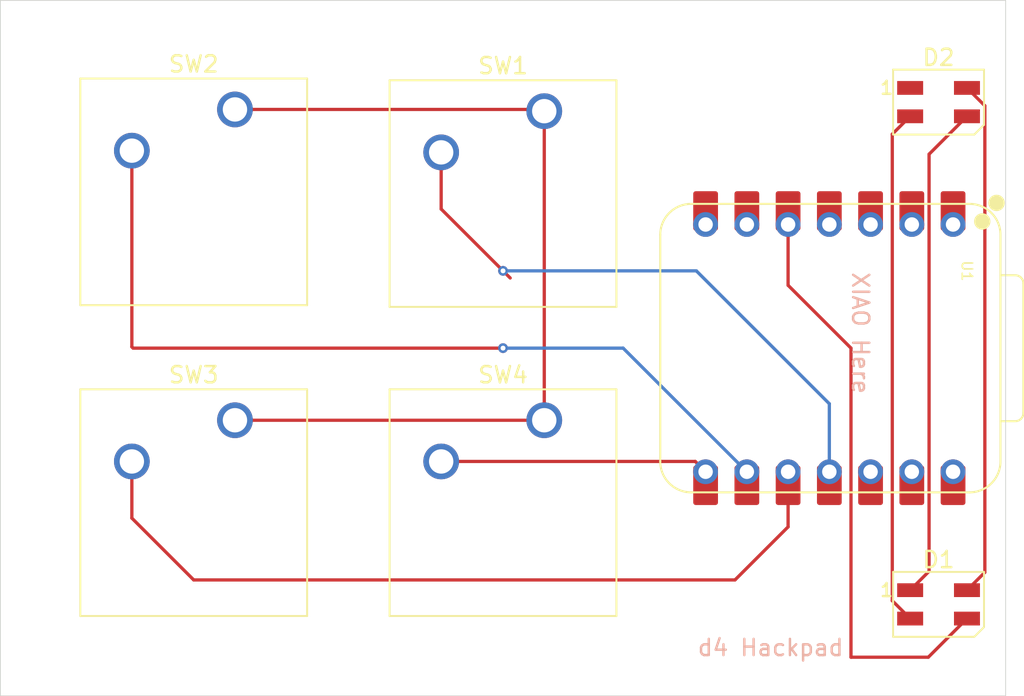
<source format=kicad_pcb>
(kicad_pcb (version 20241229) (generator "pcbnew") (generator_version "9.0")
  (layers (0 "F.Cu" signal) (2 "B.Cu" signal) (13 "F.Paste" user) (15 "B.Paste" user) (5 "F.SilkS" user "F.Silkscreen") (7 "B.SilkS" user "B.Silkscreen") (1 "F.Mask" user) (3 "B.Mask" user) (25 "Edge.Cuts" user))
  (net 0 "")
  (net 1 "+5V")
  (net 2 "Net-(D1-VSS)")
  (net 3 "Net-(D1-DIN)")
  (net 4 "Net-(D1-DOUT)")
  (net 6 "GND")
  (net 7 "Net-(U1-GPIO3{slash}MOSI)")
  (net 8 "Net-(U1-GPIO2{slash}SCK)")
  (net 9 "Net-(U1-GPIO4{slash}MISO)")
  (net 10 "Net-(U1-GPIO1{slash}RX)")
  (footprint "LED_SMD:LED_SK6812MINI_PLCC4_3.5x3.5mm_P1.75mm" (layer "F.Cu") (at 176.84375 82.46875)
    (property "Reference" "D2" (at 0 -2.75 0) (layer "F.SilkS"))
    (property "Value" "SK6812MINI")
    (fp_line (start -2.8 -2) (end -2.8 2) (stroke (width 0.12)) (layer "F.SilkS"))
    (fp_line (start -2.8 -2) (end 2.8 -2) (stroke (width 0.12)) (layer "F.SilkS"))
    (fp_line (start -2.8 2) (end 2.2 2) (stroke (width 0.12)) (layer "F.SilkS"))
    (fp_line (start 2.8 1.4) (end 2.2 2) (stroke (width 0.12)) (layer "F.SilkS"))
    (fp_line (start 2.8 1.4) (end 2.8 -2) (stroke (width 0.12)) (layer "F.SilkS"))
    (fp_text user "1" (at -3.2 -0.875 0) (layer "F.SilkS") (effects (font (size 0.8 0.8))))
    (pad "1" smd rect (at -1.75 -0.875) (size 1.6 0.85) (layers "F.Cu" "F.Mask" "F.Paste"))
    (pad "2" smd rect (at -1.75 0.875) (size 1.6 0.85) (layers "F.Cu" "F.Mask" "F.Paste") (net 2 "Net-(D1-VSS)"))
    (pad "3" smd rect (at 1.75 0.875) (size 1.6 0.85) (layers "F.Cu" "F.Mask" "F.Paste") (net 4 "Net-(D1-DOUT)"))
    (pad "4" smd rect (at 1.75 -0.875) (size 1.6 0.85) (layers "F.Cu" "F.Mask" "F.Paste") (net 1 "+5V"))
  )
  (footprint "Button_Switch_Keyboard:SW_Cherry_MX_1.00u_PCB" (layer "F.Cu") (at 152.55875 102.07625)
    (property "Reference" "SW4" (at -2.54 -2.794 0) (layer "F.SilkS"))
    (property "Value" "SW_Push")
    (fp_line (start -9.525 -1.905) (end 4.445 -1.905) (stroke (width 0.12)) (layer "F.SilkS"))
    (fp_line (start -9.525 12.065) (end -9.525 -1.905) (stroke (width 0.12)) (layer "F.SilkS"))
    (fp_line (start 4.445 -1.905) (end 4.445 12.065) (stroke (width 0.12)) (layer "F.SilkS"))
    (fp_line (start 4.445 12.065) (end -9.525 12.065) (stroke (width 0.12)) (layer "F.SilkS"))
    (pad "" np_thru_hole circle (at -7.62 5.08) (size 1.7 1.7) (drill 1.7) (layers "*.Cu" "*.Mask"))
    (pad "" np_thru_hole circle (at -2.54 5.08) (size 4 4) (drill 4) (layers "*.Cu" "*.Mask"))
    (pad "" np_thru_hole circle (at 2.54 5.08) (size 1.7 1.7) (drill 1.7) (layers "*.Cu" "*.Mask"))
    (pad "1" thru_hole circle (at 0 0) (size 2.2 2.2) (drill 1.5) (layers "*.Cu" "*.Mask") (net 6 "GND"))
    (pad "2" thru_hole circle (at -6.35 2.54) (size 2.2 2.2) (drill 1.5) (layers "*.Cu" "*.Mask") (net 10 "Net-(U1-GPIO1{slash}RX)"))
  )
  (footprint "LED_SMD:LED_SK6812MINI_PLCC4_3.5x3.5mm_P1.75mm" (layer "F.Cu") (at 176.84375 113.425)
    (property "Reference" "D1" (at 0 -2.75 0) (layer "F.SilkS"))
    (property "Value" "SK6812MINI")
    (fp_line (start -2.8 -2) (end -2.8 2) (stroke (width 0.12)) (layer "F.SilkS"))
    (fp_line (start -2.8 -2) (end 2.8 -2) (stroke (width 0.12)) (layer "F.SilkS"))
    (fp_line (start -2.8 2) (end 2.2 2) (stroke (width 0.12)) (layer "F.SilkS"))
    (fp_line (start 2.8 1.4) (end 2.2 2) (stroke (width 0.12)) (layer "F.SilkS"))
    (fp_line (start 2.8 1.4) (end 2.8 -2) (stroke (width 0.12)) (layer "F.SilkS"))
    (fp_text user "1" (at -3.2 -0.875 0) (layer "F.SilkS") (effects (font (size 0.8 0.8))))
    (pad "1" smd rect (at -1.75 -0.875) (size 1.6 0.85) (layers "F.Cu" "F.Mask" "F.Paste") (net 4 "Net-(D1-DOUT)"))
    (pad "2" smd rect (at -1.75 0.875) (size 1.6 0.85) (layers "F.Cu" "F.Mask" "F.Paste") (net 2 "Net-(D1-VSS)"))
    (pad "3" smd rect (at 1.75 0.875) (size 1.6 0.85) (layers "F.Cu" "F.Mask" "F.Paste") (net 3 "Net-(D1-DIN)"))
    (pad "4" smd rect (at 1.75 -0.875) (size 1.6 0.85) (layers "F.Cu" "F.Mask" "F.Paste") (net 1 "+5V"))
  )
  (footprint "OPL:XIAO-RP2040-DIP" (layer "F.Cu") (at 170.116 97.63125 -90)
    (property "Reference" "U1" (at -4.7625 -8.47775 270) (layer "F.SilkS") (effects (font (size 0.635 0.635) (thickness 0.1016))))
    (property "Value" "XIAO-RP2040-DIP")
    (fp_line (start -6.985 10.414) (end 6.985 10.414) (stroke (width 0.127)) (layer "F.SilkS"))
    (fp_line (start -8.89 8.509) (end -8.89 -8.636) (stroke (width 0.127)) (layer "F.SilkS"))
    (fp_line (start 8.89 8.509) (end 8.89 -8.636) (stroke (width 0.127)) (layer "F.SilkS"))
    (fp_line (start -4.495 -10.541) (end -4.491272 -11.451272) (stroke (width 0.127)) (layer "F.SilkS"))
    (fp_line (start 6.985 -10.541) (end -6.985 -10.541) (stroke (width 0.1)) (layer "F.SilkS"))
    (fp_line (start 6.985 -10.541) (end -6.985 -10.541) (stroke (width 0.127)) (layer "F.SilkS"))
    (fp_line (start 4.504 -11.451) (end 4.504 -10.541) (stroke (width 0.127)) (layer "F.SilkS"))
    (fp_line (start -3.991272 -11.951) (end 4.004 -11.951) (stroke (width 0.127)) (layer "F.SilkS"))
    (fp_arc (start -6.985 10.414) (mid -8.332038 9.856038) (end -8.89 8.509) (stroke (width 0.127)) (layer "F.SilkS"))
    (fp_arc (start 8.89 8.509) (mid 8.332038 9.856038) (end 6.985 10.414) (stroke (width 0.127)) (layer "F.SilkS"))
    (fp_arc (start -8.89 -8.636) (mid -8.332038 -9.983038) (end -6.985 -10.541) (stroke (width 0.127)) (layer "F.SilkS"))
    (fp_arc (start 6.985 -10.541) (mid 8.332038 -9.983038) (end 8.89 -8.636) (stroke (width 0.127)) (layer "F.SilkS"))
    (fp_arc (start -4.491272 -11.451272) (mid -4.344728 -11.80464) (end -3.991272 -11.951) (stroke (width 0.127)) (layer "F.SilkS"))
    (fp_arc (start 4.004 -11.951) (mid 4.357553 -11.804553) (end 4.504 -11.451) (stroke (width 0.127)) (layer "F.SilkS"))
    (fp_circle (center -7.807 -9.42) (end -7.807 -9.674) (stroke (width 0.5)) (fill yes) (layer "F.SilkS"))
    (fp_circle (center -8.95 -10.3) (end -8.95 -10.554) (stroke (width 0.5)) (fill yes) (layer "F.SilkS"))
    (pad "1" smd roundrect (at -8.455 -7.62 90) (size 2.432 1.524) (layers "F.Cu" "F.Mask") (roundrect_rratio 0.1))
    (pad "1" thru_hole circle (at -7.62 -7.62 90) (size 1.524 1.524) (drill 0.889) (layers "*.Cu" "*.Mask"))
    (pad "2" smd roundrect (at -8.455 -5.08 90) (size 2.432 1.524) (layers "F.Cu" "F.Mask") (roundrect_rratio 0.1))
    (pad "2" thru_hole circle (at -7.62 -5.08 90) (size 1.524 1.524) (drill 0.889) (layers "*.Cu" "*.Mask"))
    (pad "3" smd roundrect (at -8.455 -2.54 90) (size 2.432 1.524) (layers "F.Cu" "F.Mask") (roundrect_rratio 0.1))
    (pad "3" thru_hole circle (at -7.62 -2.54 90) (size 1.524 1.524) (drill 0.889) (layers "*.Cu" "*.Mask"))
    (pad "4" smd roundrect (at -8.455 0 90) (size 2.432 1.524) (layers "F.Cu" "F.Mask") (roundrect_rratio 0.1))
    (pad "4" thru_hole circle (at -7.62 0 90) (size 1.524 1.524) (drill 0.889) (layers "*.Cu" "*.Mask"))
    (pad "5" smd roundrect (at -8.455 2.54 90) (size 2.432 1.524) (layers "F.Cu" "F.Mask") (roundrect_rratio 0.1) (net 3 "Net-(D1-DIN)"))
    (pad "5" thru_hole circle (at -7.62 2.54 90) (size 1.524 1.524) (drill 0.889) (layers "*.Cu" "*.Mask") (net 3 "Net-(D1-DIN)"))
    (pad "6" smd roundrect (at -8.455 5.08 90) (size 2.432 1.524) (layers "F.Cu" "F.Mask") (roundrect_rratio 0.1))
    (pad "6" thru_hole circle (at -7.62 5.08 90) (size 1.524 1.524) (drill 0.889) (layers "*.Cu" "*.Mask"))
    (pad "7" smd roundrect (at -8.455 7.62 90) (size 2.432 1.524) (layers "F.Cu" "F.Mask") (roundrect_rratio 0.1))
    (pad "7" thru_hole circle (at -7.62 7.62 90) (size 1.524 1.524) (drill 0.889) (layers "*.Cu" "*.Mask"))
    (pad "8" thru_hole circle (at 7.62 7.62 270) (size 1.524 1.524) (drill 0.889) (layers "*.Cu" "*.Mask") (net 10 "Net-(U1-GPIO1{slash}RX)"))
    (pad "8" smd roundrect (at 8.455 7.62 270) (size 2.432 1.524) (layers "F.Cu" "F.Mask") (roundrect_rratio 0.1) (net 10 "Net-(U1-GPIO1{slash}RX)"))
    (pad "9" thru_hole circle (at 7.62 5.08 270) (size 1.524 1.524) (drill 0.889) (layers "*.Cu" "*.Mask") (net 8 "Net-(U1-GPIO2{slash}SCK)"))
    (pad "9" smd roundrect (at 8.455 5.08 270) (size 2.432 1.524) (layers "F.Cu" "F.Mask") (roundrect_rratio 0.1) (net 8 "Net-(U1-GPIO2{slash}SCK)"))
    (pad "10" thru_hole circle (at 7.62 2.54 270) (size 1.524 1.524) (drill 0.889) (layers "*.Cu" "*.Mask") (net 9 "Net-(U1-GPIO4{slash}MISO)"))
    (pad "10" smd roundrect (at 8.455 2.54 270) (size 2.432 1.524) (layers "F.Cu" "F.Mask") (roundrect_rratio 0.1) (net 9 "Net-(U1-GPIO4{slash}MISO)"))
    (pad "11" thru_hole circle (at 7.62 0 270) (size 1.524 1.524) (drill 0.889) (layers "*.Cu" "*.Mask") (net 7 "Net-(U1-GPIO3{slash}MOSI)"))
    (pad "11" smd roundrect (at 8.455 0 270) (size 2.432 1.524) (layers "F.Cu" "F.Mask") (roundrect_rratio 0.1) (net 7 "Net-(U1-GPIO3{slash}MOSI)"))
    (pad "12" thru_hole circle (at 7.62 -2.54 270) (size 1.524 1.524) (drill 0.889) (layers "*.Cu" "*.Mask"))
    (pad "12" smd roundrect (at 8.455 -2.54 270) (size 2.432 1.524) (layers "F.Cu" "F.Mask") (roundrect_rratio 0.1))
    (pad "13" thru_hole circle (at 7.62 -5.08 270) (size 1.524 1.524) (drill 0.889) (layers "*.Cu" "*.Mask"))
    (pad "13" smd roundrect (at 8.455 -5.08 270) (size 2.432 1.524) (layers "F.Cu" "F.Mask") (roundrect_rratio 0.1))
    (pad "14" thru_hole circle (at 7.62 -7.62 270) (size 1.524 1.524) (drill 0.889) (layers "*.Cu" "*.Mask"))
    (pad "14" smd roundrect (at 8.455 -7.62 270) (size 2.432 1.524) (layers "F.Cu" "F.Mask") (roundrect_rratio 0.1))
  )
  (footprint "Button_Switch_Keyboard:SW_Cherry_MX_1.00u_PCB" (layer "F.Cu") (at 133.50875 82.9205)
    (property "Reference" "SW2" (at -2.54 -2.794 0) (layer "F.SilkS"))
    (property "Value" "SW_Push")
    (fp_line (start -9.525 -1.905) (end 4.445 -1.905) (stroke (width 0.12)) (layer "F.SilkS"))
    (fp_line (start -9.525 12.065) (end -9.525 -1.905) (stroke (width 0.12)) (layer "F.SilkS"))
    (fp_line (start 4.445 -1.905) (end 4.445 12.065) (stroke (width 0.12)) (layer "F.SilkS"))
    (fp_line (start 4.445 12.065) (end -9.525 12.065) (stroke (width 0.12)) (layer "F.SilkS"))
    (pad "" np_thru_hole circle (at -7.62 5.08) (size 1.7 1.7) (drill 1.7) (layers "*.Cu" "*.Mask"))
    (pad "" np_thru_hole circle (at -2.54 5.08) (size 4 4) (drill 4) (layers "*.Cu" "*.Mask"))
    (pad "" np_thru_hole circle (at 2.54 5.08) (size 1.7 1.7) (drill 1.7) (layers "*.Cu" "*.Mask"))
    (pad "1" thru_hole circle (at 0 0) (size 2.2 2.2) (drill 1.5) (layers "*.Cu" "*.Mask") (net 6 "GND"))
    (pad "2" thru_hole circle (at -6.35 2.54) (size 2.2 2.2) (drill 1.5) (layers "*.Cu" "*.Mask") (net 8 "Net-(U1-GPIO2{slash}SCK)"))
  )
  (footprint "Button_Switch_Keyboard:SW_Cherry_MX_1.00u_PCB" (layer "F.Cu") (at 152.55875 83.02625)
    (property "Reference" "SW1" (at -2.54 -2.794 0) (layer "F.SilkS"))
    (property "Value" "SW_Push")
    (fp_line (start -9.525 -1.905) (end 4.445 -1.905) (stroke (width 0.12)) (layer "F.SilkS"))
    (fp_line (start -9.525 12.065) (end -9.525 -1.905) (stroke (width 0.12)) (layer "F.SilkS"))
    (fp_line (start 4.445 -1.905) (end 4.445 12.065) (stroke (width 0.12)) (layer "F.SilkS"))
    (fp_line (start 4.445 12.065) (end -9.525 12.065) (stroke (width 0.12)) (layer "F.SilkS"))
    (pad "" np_thru_hole circle (at -7.62 5.08) (size 1.7 1.7) (drill 1.7) (layers "*.Cu" "*.Mask"))
    (pad "" np_thru_hole circle (at -2.54 5.08) (size 4 4) (drill 4) (layers "*.Cu" "*.Mask"))
    (pad "" np_thru_hole circle (at 2.54 5.08) (size 1.7 1.7) (drill 1.7) (layers "*.Cu" "*.Mask"))
    (pad "1" thru_hole circle (at 0 0) (size 2.2 2.2) (drill 1.5) (layers "*.Cu" "*.Mask") (net 6 "GND"))
    (pad "2" thru_hole circle (at -6.35 2.54) (size 2.2 2.2) (drill 1.5) (layers "*.Cu" "*.Mask") (net 7 "Net-(U1-GPIO3{slash}MOSI)"))
  )
  (footprint "Button_Switch_Keyboard:SW_Cherry_MX_1.00u_PCB" (layer "F.Cu") (at 133.50875 102.07625)
    (property "Reference" "SW3" (at -2.54 -2.794 0) (layer "F.SilkS"))
    (property "Value" "SW_Push")
    (fp_line (start -9.525 -1.905) (end 4.445 -1.905) (stroke (width 0.12)) (layer "F.SilkS"))
    (fp_line (start -9.525 12.065) (end -9.525 -1.905) (stroke (width 0.12)) (layer "F.SilkS"))
    (fp_line (start 4.445 -1.905) (end 4.445 12.065) (stroke (width 0.12)) (layer "F.SilkS"))
    (fp_line (start 4.445 12.065) (end -9.525 12.065) (stroke (width 0.12)) (layer "F.SilkS"))
    (pad "" np_thru_hole circle (at -7.62 5.08) (size 1.7 1.7) (drill 1.7) (layers "*.Cu" "*.Mask"))
    (pad "" np_thru_hole circle (at -2.54 5.08) (size 4 4) (drill 4) (layers "*.Cu" "*.Mask"))
    (pad "" np_thru_hole circle (at 2.54 5.08) (size 1.7 1.7) (drill 1.7) (layers "*.Cu" "*.Mask"))
    (pad "1" thru_hole circle (at 0 0) (size 2.2 2.2) (drill 1.5) (layers "*.Cu" "*.Mask") (net 6 "GND"))
    (pad "2" thru_hole circle (at -6.35 2.54) (size 2.2 2.2) (drill 1.5) (layers "*.Cu" "*.Mask") (net 9 "Net-(U1-GPIO4{slash}MISO)"))
  )
  (gr_rect (start 119.0625 76.2) (end 180.975 119.0625) (stroke (width 0.05)) (fill no) (layer "Edge.Cuts"))
  (gr_text "XIAO Here" (at 171.45 92.86875 270) (layer "B.SilkS") (effects (font (size 1 1)) (justify left bottom)))
  (gr_text "d4 Hackpad" (at 161.925 116.68125 0) (layer "B.SilkS") (effects (font (size 1 1)) (justify left bottom)))
  (segment (start 179.69475 111.449) (end 179.69475 82.69475) (width 0.2) (layer "F.Cu") (net 1))
  (segment (start 178.59375 112.55) (end 179.69475 111.449) (width 0.2) (layer "F.Cu") (net 1))
  (segment (start 179.69475 82.69475) (end 178.59375 81.59375) (width 0.2) (layer "F.Cu") (net 1))
  (segment (start 175.09375 114.3) (end 173.99275 113.199) (width 0.2) (layer "F.Cu") (net 2))
  (segment (start 173.99275 84.44475) (end 175.09375 83.34375) (width 0.2) (layer "F.Cu") (net 2))
  (segment (start 173.99275 113.199) (end 173.99275 84.44475) (width 0.2) (layer "F.Cu") (net 2))
  (segment (start 171.45 97.63125) (end 167.576 93.75725) (width 0.2) (layer "F.Cu") (net 3))
  (segment (start 178.59375 114.3) (end 176.2125 116.68125) (width 0.2) (layer "F.Cu") (net 3))
  (segment (start 171.45 116.68125) (end 171.45 97.63125) (width 0.2) (layer "F.Cu") (net 3))
  (segment (start 176.2125 116.68125) (end 171.45 116.68125) (width 0.2) (layer "F.Cu") (net 3))
  (segment (start 167.576 93.75725) (end 167.576 90.01125) (width 0.2) (layer "F.Cu") (net 3))
  (segment (start 176.259 111.38475) (end 176.259 85.6785) (width 0.2) (layer "F.Cu") (net 4))
  (segment (start 176.259 85.6785) (end 178.59375 83.34375) (width 0.2) (layer "F.Cu") (net 4))
  (segment (start 175.09375 112.55) (end 176.259 111.38475) (width 0.2) (layer "F.Cu") (net 4))
  (segment (start 133.50875 82.9205) (end 152.453 82.9205) (width 0.2) (layer "F.Cu") (net 6))
  (segment (start 133.50875 102.07625) (end 152.55875 102.07625) (width 0.2) (layer "F.Cu") (net 6))
  (segment (start 152.453 82.9205) (end 152.55875 83.02625) (width 0.2) (layer "F.Cu") (net 6))
  (segment (start 152.55875 102.07625) (end 152.55875 83.02625) (width 0.2) (layer "F.Cu") (net 6))
  (segment (start 150.01875 92.86875) (end 150.46 93.31) (width 0.2) (layer "F.Cu") (net 7))
  (segment (start 146.20875 85.56625) (end 146.20875 89.05875) (width 0.2) (layer "F.Cu") (net 7))
  (segment (start 146.20875 89.05875) (end 150.01875 92.86875) (width 0.2) (layer "F.Cu") (net 7))
  (via (at 150.01875 92.86875) (size 0.6) (drill 0.3) (layers "F.Cu" "B.Cu") (net 7))
  (segment (start 150.01875 92.86875) (end 161.925 92.86875) (width 0.2) (layer "B.Cu") (net 7))
  (segment (start 161.925 92.86875) (end 170.116 101.05975) (width 0.2) (layer "B.Cu") (net 7))
  (segment (start 170.116 101.05975) (end 170.116 105.25125) (width 0.2) (layer "B.Cu") (net 7))
  (segment (start 127.15875 85.4605) (end 127.15875 97.554936) (width 0.2) (layer "F.Cu") (net 8))
  (segment (start 127.15875 97.554936) (end 127.235064 97.63125) (width 0.2) (layer "F.Cu") (net 8))
  (segment (start 127.235064 97.63125) (end 150.01875 97.63125) (width 0.2) (layer "F.Cu") (net 8))
  (via (at 150.01875 97.63125) (size 0.6) (drill 0.3) (layers "F.Cu" "B.Cu") (net 8))
  (segment (start 150.01875 97.63125) (end 157.416 97.63125) (width 0.2) (layer "B.Cu") (net 8))
  (segment (start 157.416 97.63125) (end 165.036 105.25125) (width 0.2) (layer "B.Cu") (net 8))
  (segment (start 164.30625 111.91875) (end 167.576 108.649) (width 0.2) (layer "F.Cu") (net 9))
  (segment (start 127.15875 108.10875) (end 130.96875 111.91875) (width 0.2) (layer "F.Cu") (net 9))
  (segment (start 127.15875 104.61625) (end 127.15875 108.10875) (width 0.2) (layer "F.Cu") (net 9))
  (segment (start 167.576 108.649) (end 167.576 105.25125) (width 0.2) (layer "F.Cu") (net 9))
  (segment (start 130.96875 111.91875) (end 164.30625 111.91875) (width 0.2) (layer "F.Cu") (net 9))
  (segment (start 161.861 104.61625) (end 162.496 105.25125) (width 0.2) (layer "F.Cu") (net 10))
  (segment (start 146.20875 104.61625) (end 161.861 104.61625) (width 0.2) (layer "F.Cu") (net 10))
)
</source>
